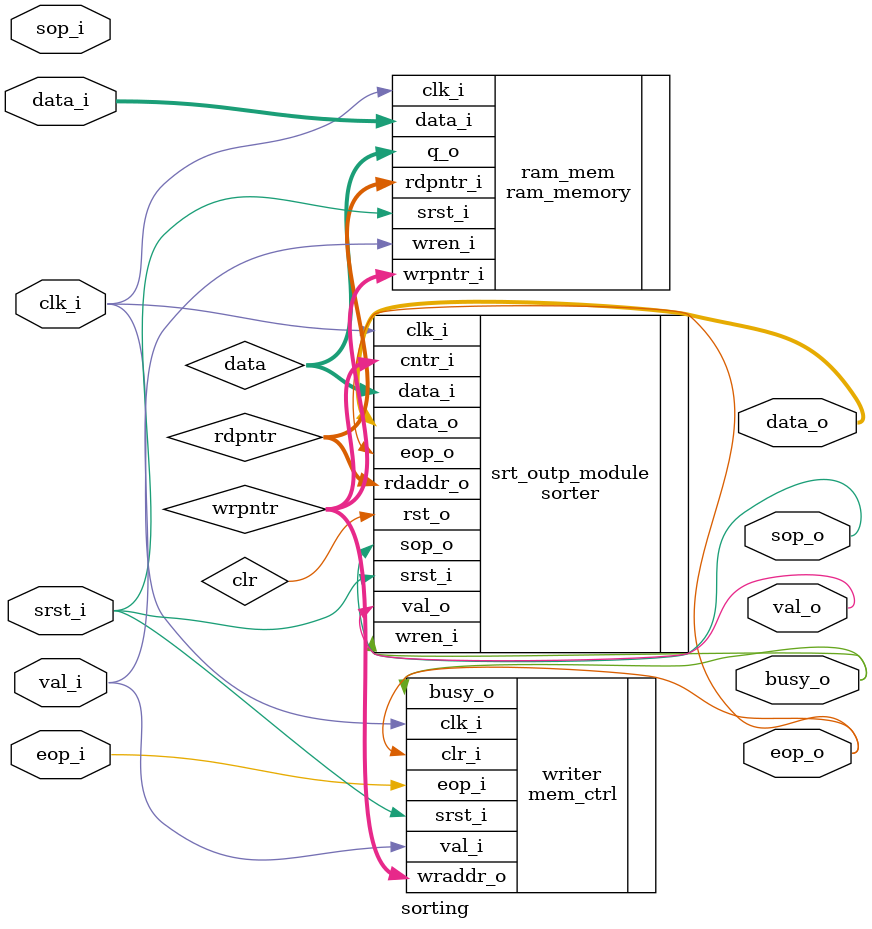
<source format=sv>
module sorting #(
  parameter AWIDTH = 3,
  parameter DWIDTH = 8
)(
  input                     clk_i,
  input                     srst_i,
  
  input        [DWIDTH-1:0] data_i, 
  input                     sop_i, // start of transaction
  input                     eop_i, // end of transaction
  input                     val_i, // valid for sop_i, eop_i, data_i
  
  output logic [DWIDTH-1:0] data_o,
  output logic              sop_o, // start of transaction
  output logic              eop_o, // end of transaction
  output logic              val_o, // valid for sop_o, eop_o, data_o
  
  output logic              busy_o //
);


logic wren;
logic [AWIDTH-1:0] wrpntr;
logic [AWIDTH-1:0] rdpntr;
logic [DWIDTH-1:0] data;
logic fsm_clr;
logic sort_done;
logic fsm_sort_op;
logic fsm_output_op;
logic clr;

ram_memory      #(
  .DWIDTH        ( DWIDTH      ),
  .AWIDTH        ( AWIDTH      )
) ram_mem        (
  .clk_i         ( clk_i       ),
  .srst_i        ( srst_i      ), 
  
  .wren_i    ( val_i    ), 
  .wrpntr_i  ( wrpntr  ),
  .data_i    ( data_i      ),
  
  .rdpntr_i ( rdpntr ),
  
  .q_o       ( data      )
);

mem_ctrl #(
  .AWIDTH ( AWIDTH )
) writer (
  .clk_i         ( clk_i       ),
  .srst_i        ( srst_i      ), 
  
  .val_i    ( val_i    ), 
  .eop_i ( eop_i ),
  .clr_i ( eop_o ),
  
  .busy_o ( busy_o ),
  .wraddr_o ( wrpntr )
);


sorter #(
  .DWIDTH ( DWIDTH ),
  .AWIDTH ( AWIDTH )
) srt_outp_module (
  .clk_i         ( clk_i       ),
  .srst_i        ( srst_i      ), 
  
  .wren_i    ( busy_o    ), 
  
  .cntr_i ( wrpntr ),
  .data_i ( data ),
  
  .rdaddr_o ( rdpntr ),
  .rst_o ( clr ),  
  .data_o ( data_o ),
  .sop_o ( sop_o ),
  .eop_o ( eop_o ),
  .val_o ( val_o )
);

endmodule

</source>
